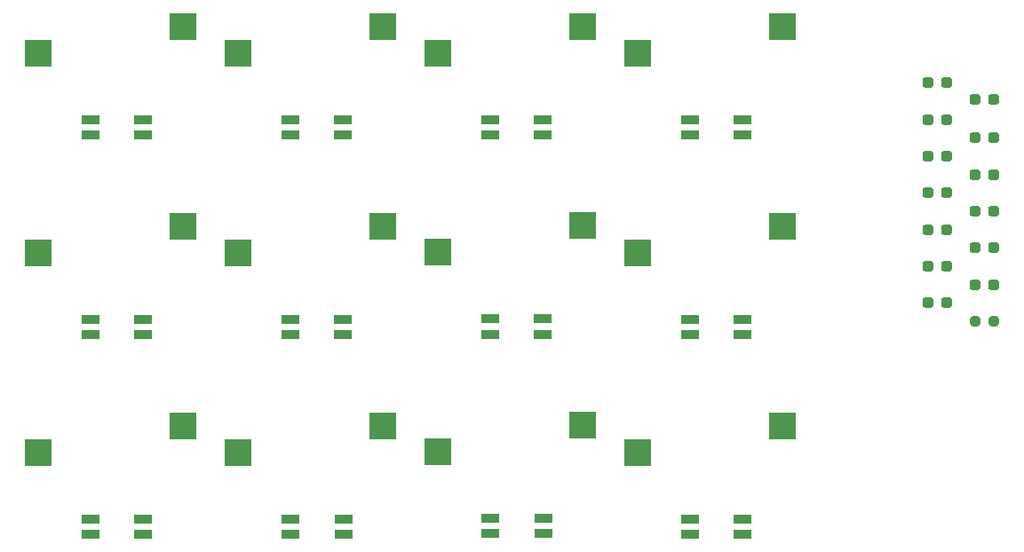
<source format=gbr>
%TF.GenerationSoftware,KiCad,Pcbnew,7.0.10*%
%TF.CreationDate,2026-02-14T21:30:48-08:00*%
%TF.ProjectId,12kempV2.1,31326b65-6d70-4563-922e-312e6b696361,rev?*%
%TF.SameCoordinates,Original*%
%TF.FileFunction,Paste,Bot*%
%TF.FilePolarity,Positive*%
%FSLAX46Y46*%
G04 Gerber Fmt 4.6, Leading zero omitted, Abs format (unit mm)*
G04 Created by KiCad (PCBNEW 7.0.10) date 2026-02-14 21:30:48*
%MOMM*%
%LPD*%
G01*
G04 APERTURE LIST*
G04 Aperture macros list*
%AMRoundRect*
0 Rectangle with rounded corners*
0 $1 Rounding radius*
0 $2 $3 $4 $5 $6 $7 $8 $9 X,Y pos of 4 corners*
0 Add a 4 corners polygon primitive as box body*
4,1,4,$2,$3,$4,$5,$6,$7,$8,$9,$2,$3,0*
0 Add four circle primitives for the rounded corners*
1,1,$1+$1,$2,$3*
1,1,$1+$1,$4,$5*
1,1,$1+$1,$6,$7*
1,1,$1+$1,$8,$9*
0 Add four rect primitives between the rounded corners*
20,1,$1+$1,$2,$3,$4,$5,0*
20,1,$1+$1,$4,$5,$6,$7,0*
20,1,$1+$1,$6,$7,$8,$9,0*
20,1,$1+$1,$8,$9,$2,$3,0*%
G04 Aperture macros list end*
%ADD10R,2.550000X2.500000*%
%ADD11R,1.803400X0.812800*%
%ADD12RoundRect,0.237500X0.287500X0.237500X-0.287500X0.237500X-0.287500X-0.237500X0.287500X-0.237500X0*%
%ADD13RoundRect,0.237500X0.250000X0.237500X-0.250000X0.237500X-0.250000X-0.237500X0.250000X-0.237500X0*%
G04 APERTURE END LIST*
D10*
%TO.C,SW2*%
X135017500Y-65620000D03*
X121167500Y-68160000D03*
%TD*%
%TO.C,SW7*%
X154067500Y-84590000D03*
X140217500Y-87130000D03*
%TD*%
%TO.C,SW5*%
X115967500Y-84670000D03*
X102117500Y-87210000D03*
%TD*%
%TO.C,SW11*%
X154080000Y-103640000D03*
X140230000Y-106180000D03*
%TD*%
%TO.C,SW10*%
X135017500Y-103720000D03*
X121167500Y-106260000D03*
%TD*%
%TO.C,SW1*%
X115967500Y-65620000D03*
X102117500Y-68160000D03*
%TD*%
%TO.C,SW8*%
X173117500Y-84670000D03*
X159267500Y-87210000D03*
%TD*%
%TO.C,SW6*%
X135017500Y-84670000D03*
X121167500Y-87210000D03*
%TD*%
%TO.C,SW9*%
X115967500Y-103720000D03*
X102117500Y-106260000D03*
%TD*%
%TO.C,SW12*%
X173117500Y-103720000D03*
X159267500Y-106260000D03*
%TD*%
%TO.C,SW3*%
X154067500Y-65620000D03*
X140217500Y-68160000D03*
%TD*%
%TO.C,SW4*%
X173117500Y-65620000D03*
X159267500Y-68160000D03*
%TD*%
D11*
%TO.C,LED6*%
X131231900Y-95049300D03*
X131231900Y-93550700D03*
X126228100Y-93550700D03*
X126228100Y-95049300D03*
%TD*%
D12*
%TO.C,D8*%
X188764500Y-74500000D03*
X187014500Y-74500000D03*
%TD*%
D11*
%TO.C,LED9*%
X112181900Y-114099300D03*
X112181900Y-112600700D03*
X107178100Y-112600700D03*
X107178100Y-114099300D03*
%TD*%
D12*
%TO.C,D3*%
X193264500Y-79750000D03*
X191514500Y-79750000D03*
%TD*%
%TO.C,D6*%
X193264500Y-90250000D03*
X191514500Y-90250000D03*
%TD*%
D11*
%TO.C,LED1*%
X112181900Y-75999300D03*
X112181900Y-74500700D03*
X107178100Y-74500700D03*
X107178100Y-75999300D03*
%TD*%
D12*
%TO.C,D13*%
X188764500Y-92000000D03*
X187014500Y-92000000D03*
%TD*%
%TO.C,D11*%
X188764500Y-85000000D03*
X187014500Y-85000000D03*
%TD*%
%TO.C,D1*%
X193264500Y-72600000D03*
X191514500Y-72600000D03*
%TD*%
D11*
%TO.C,LED3*%
X150281900Y-75999300D03*
X150281900Y-74500700D03*
X145278100Y-74500700D03*
X145278100Y-75999300D03*
%TD*%
D12*
%TO.C,D10*%
X188764500Y-81500000D03*
X187014500Y-81500000D03*
%TD*%
D11*
%TO.C,LED4*%
X169321900Y-75999300D03*
X169321900Y-74500700D03*
X164318100Y-74500700D03*
X164318100Y-75999300D03*
%TD*%
%TO.C,LED5*%
X112181900Y-95049300D03*
X112181900Y-93550700D03*
X107178100Y-93550700D03*
X107178100Y-95049300D03*
%TD*%
%TO.C,LED8*%
X169331900Y-95049300D03*
X169331900Y-93550700D03*
X164328100Y-93550700D03*
X164328100Y-95049300D03*
%TD*%
D12*
%TO.C,D5*%
X193264500Y-86750000D03*
X191514500Y-86750000D03*
%TD*%
%TO.C,D9*%
X188764500Y-78000000D03*
X187014500Y-78000000D03*
%TD*%
D11*
%TO.C,LED7*%
X150281900Y-94979300D03*
X150281900Y-93480700D03*
X145278100Y-93480700D03*
X145278100Y-94979300D03*
%TD*%
%TO.C,LED12*%
X169331900Y-114089300D03*
X169331900Y-112590700D03*
X164328100Y-112590700D03*
X164328100Y-114089300D03*
%TD*%
D13*
%TO.C,R1*%
X193302000Y-93750000D03*
X191477000Y-93750000D03*
%TD*%
D11*
%TO.C,LED2*%
X131231900Y-75989300D03*
X131231900Y-74490700D03*
X126228100Y-74490700D03*
X126228100Y-75989300D03*
%TD*%
%TO.C,LED10*%
X131241900Y-114099300D03*
X131241900Y-112600700D03*
X126238100Y-112600700D03*
X126238100Y-114099300D03*
%TD*%
%TO.C,LED11*%
X150291900Y-114019300D03*
X150291900Y-112520700D03*
X145288100Y-112520700D03*
X145288100Y-114019300D03*
%TD*%
D12*
%TO.C,D12*%
X188764500Y-88500000D03*
X187014500Y-88500000D03*
%TD*%
%TO.C,D2*%
X193264500Y-76250000D03*
X191514500Y-76250000D03*
%TD*%
%TO.C,D4*%
X193264500Y-83250000D03*
X191514500Y-83250000D03*
%TD*%
%TO.C,D7*%
X188764500Y-71000000D03*
X187014500Y-71000000D03*
%TD*%
M02*

</source>
